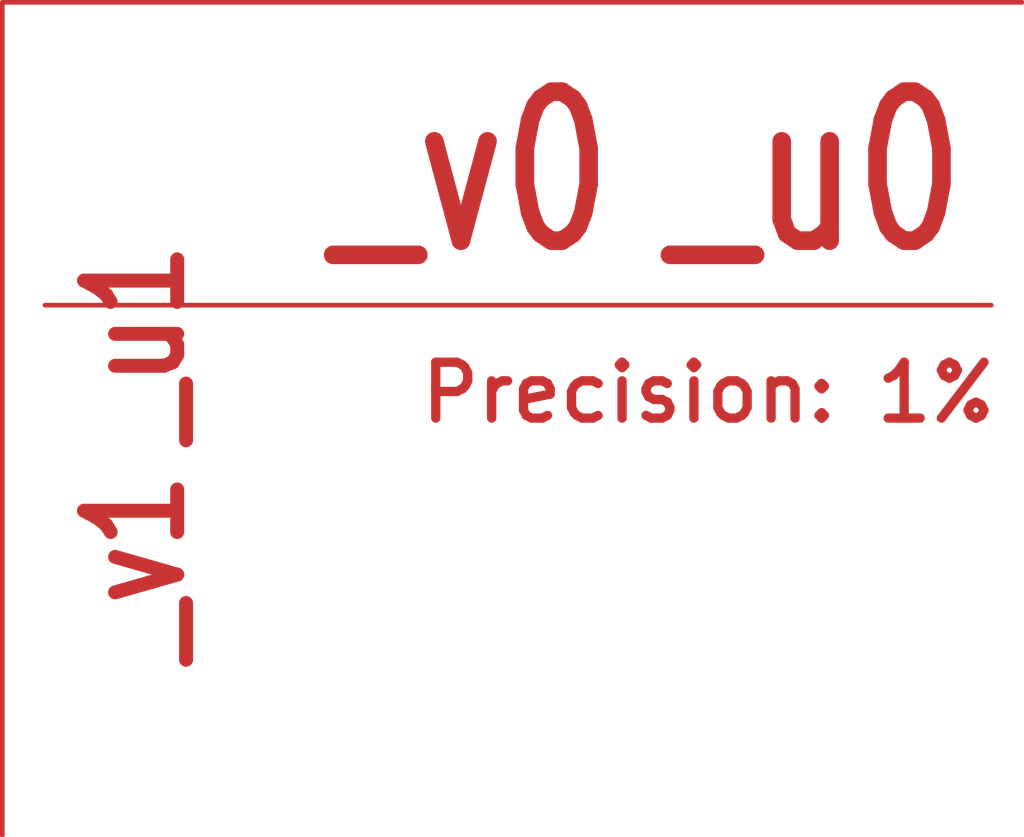
<source format=kicad_pcb>
(kicad_pcb (version 4) (host pcbnew 4.0.3-stable)

  (general
    (links 0)
    (no_connects 0)
    (area 9.707999 9.707999 65.095002 55.062002)
    (thickness 1.6)
    (drawings 5)
    (tracks 3)
    (zones 0)
    (modules 0)
    (nets 1)
  )

  (page A4)
  (layers
    (0 REF signal)
    (1 P0 signal)
    (2 P1 signal)
    (3 P2 signal)
    (4 P3 signal)
    (5 P4 signal)
    (6 P5 signal)
    (7 In7.Cu signal)
    (8 P7 signal)
    (9 P8 signal)
    (10 P9 signal)
    (11 P10 signal)
    (12 P11 signal)
    (13 P12 signal)
    (14 P13 signal)
    (15 P14 signal)
    (16 P15 signal)
    (17 P16 signal)
    (18 P17 signal)
    (19 P18 signal)
    (20 P19 signal)
    (21 P20 signal)
    (22 P21 signal)
    (23 P22 signal)
    (24 P23 signal)
    (25 P24 signal)
    (26 P25 signal)
    (27 P26 signal)
    (28 P27 signal)
    (29 P28 signal)
    (30 P29 signal)
    (31 P30 signal)
    (32 B.Adhes user)
    (33 F.Adhes user)
    (34 B.Paste user)
    (35 F.Paste user)
    (36 B.SilkS user)
    (37 F.SilkS user)
    (38 B.Mask user)
    (39 F.Mask user)
    (40 Dwgs.User user)
    (41 Cmts.User user)
    (42 Eco1.User user)
    (43 Eco2.User user)
    (44 Edge.Cuts user)
    (45 Margin user)
    (46 B.CrtYd user)
    (47 F.CrtYd user)
    (48 B.Fab user)
    (49 F.Fab user)
  )

  (setup
    (last_trace_width 0.25)
    (trace_clearance 0.2)
    (zone_clearance 0.508)
    (zone_45_only no)
    (trace_min 0.2)
    (segment_width 0.2)
    (edge_width 0.15)
    (via_size 0.6)
    (via_drill 0.4)
    (via_min_size 0.4)
    (via_min_drill 0.3)
    (uvia_size 0.3)
    (uvia_drill 0.1)
    (uvias_allowed no)
    (uvia_min_size 0.2)
    (uvia_min_drill 0.1)
    (pcb_text_width 0.3)
    (pcb_text_size 1.5 1.5)
    (mod_edge_width 0.15)
    (mod_text_size 1 1)
    (mod_text_width 0.15)
    (pad_size 1.524 1.524)
    (pad_drill 0.762)
    (pad_to_mask_clearance 0.2)
    (aux_axis_origin 0 0)
    (visible_elements 7FFFFFFF)
    (pcbplotparams
      (layerselection 0x00030_80000001)
      (usegerberextensions false)
      (excludeedgelayer true)
      (linewidth 0.100000)
      (plotframeref false)
      (viasonmask false)
      (mode 1)
      (useauxorigin false)
      (hpglpennumber 1)
      (hpglpenspeed 20)
      (hpglpendiameter 15)
      (hpglpenoverlay 2)
      (psnegative false)
      (psa4output false)
      (plotreference true)
      (plotvalue true)
      (plotinvisibletext false)
      (padsonsilk false)
      (subtractmaskfromsilk false)
      (outputformat 1)
      (mirror false)
      (drillshape 1)
      (scaleselection 1)
      (outputdirectory ""))
  )

  (net 0 "")

  (net_class Default "This is the default net class."
    (clearance 0.2)
    (trace_width 0.25)
    (via_dia 0.6)
    (via_drill 0.4)
    (uvia_dia 0.3)
    (uvia_drill 0.1)
  )

  (gr_text "Precision: 1%" (at 63.627 30.988) (layer REF)
    (effects (font (size 3 3) (thickness 0.5)) (justify right))
  )
  (gr_text _u1 (at 17.145 34.036 90) (layer REF)
    (effects (font (size 5 4) (thickness 0.75)) (justify left))
  )
  (gr_text _v1 (at 17.145 34.925 90) (layer REF)
    (effects (font (size 5 4) (thickness 0.75)) (justify right))
  )
  (gr_text _u0 (at 45.212 19.177) (layer REF)
    (effects (font (size 8 6) (thickness 1)) (justify left))
  )
  (gr_text _v0 (at 43.307 19.177) (layer REF)
    (effects (font (size 8 6) (thickness 1)) (justify right))
  )

  (segment (start 12.319 26.289) (end 63.119 26.289) (width 0.25) (layer REF) (net 0))
  (segment (start 10.033 54.737) (end 10.033 10.033) (width 0.25) (layer REF) (net 0))
  (segment (start 10.033 10.033) (end 64.77 10.033) (width 0.25) (layer REF) (net 0))

)

</source>
